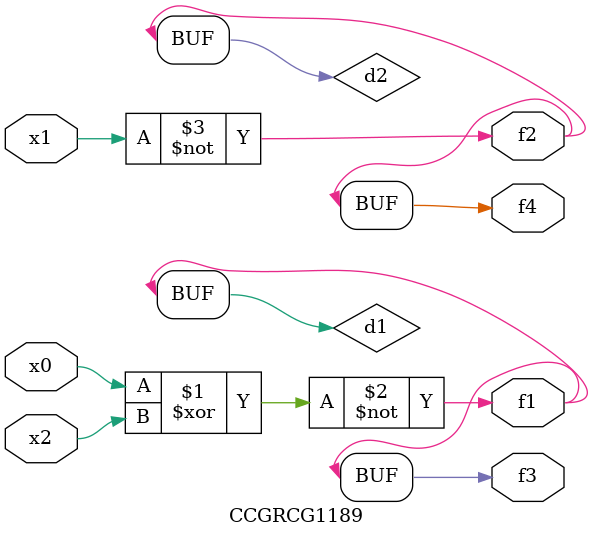
<source format=v>
module CCGRCG1189(
	input x0, x1, x2,
	output f1, f2, f3, f4
);

	wire d1, d2, d3;

	xnor (d1, x0, x2);
	nand (d2, x1);
	nor (d3, x1, x2);
	assign f1 = d1;
	assign f2 = d2;
	assign f3 = d1;
	assign f4 = d2;
endmodule

</source>
